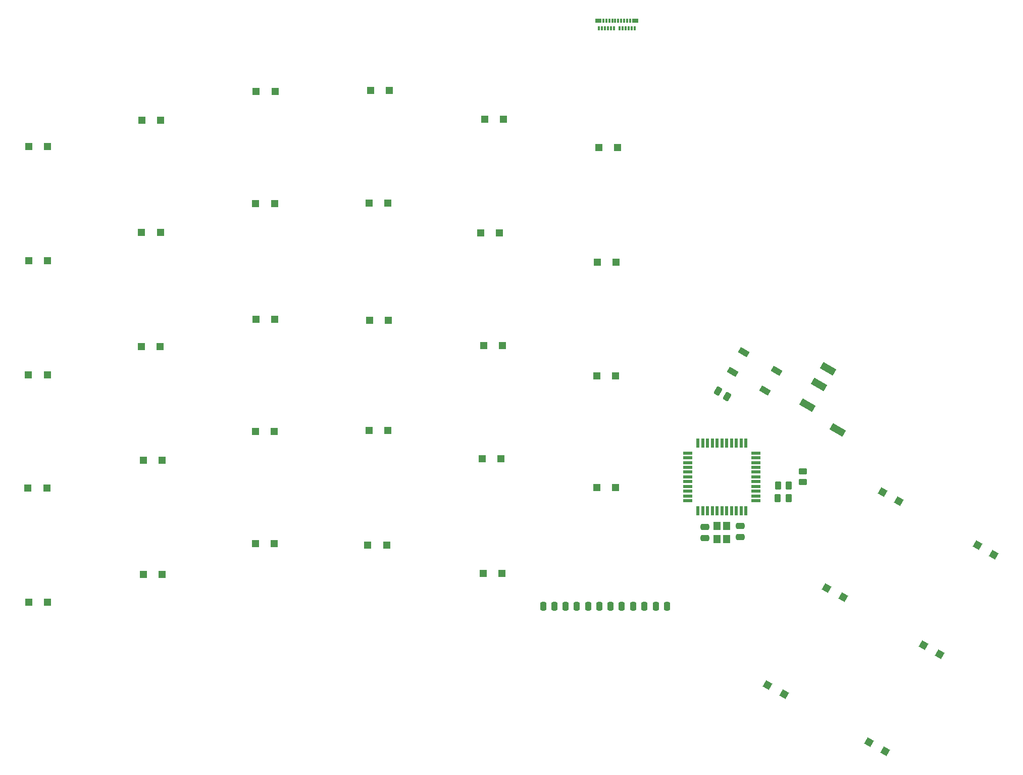
<source format=gbr>
%TF.GenerationSoftware,KiCad,Pcbnew,7.0.1*%
%TF.CreationDate,2023-09-23T01:25:44+08:00*%
%TF.ProjectId,split70kb,73706c69-7437-4306-9b62-2e6b69636164,rev?*%
%TF.SameCoordinates,Original*%
%TF.FileFunction,Paste,Bot*%
%TF.FilePolarity,Positive*%
%FSLAX46Y46*%
G04 Gerber Fmt 4.6, Leading zero omitted, Abs format (unit mm)*
G04 Created by KiCad (PCBNEW 7.0.1) date 2023-09-23 01:25:44*
%MOMM*%
%LPD*%
G01*
G04 APERTURE LIST*
G04 Aperture macros list*
%AMRoundRect*
0 Rectangle with rounded corners*
0 $1 Rounding radius*
0 $2 $3 $4 $5 $6 $7 $8 $9 X,Y pos of 4 corners*
0 Add a 4 corners polygon primitive as box body*
4,1,4,$2,$3,$4,$5,$6,$7,$8,$9,$2,$3,0*
0 Add four circle primitives for the rounded corners*
1,1,$1+$1,$2,$3*
1,1,$1+$1,$4,$5*
1,1,$1+$1,$6,$7*
1,1,$1+$1,$8,$9*
0 Add four rect primitives between the rounded corners*
20,1,$1+$1,$2,$3,$4,$5,0*
20,1,$1+$1,$4,$5,$6,$7,0*
20,1,$1+$1,$6,$7,$8,$9,0*
20,1,$1+$1,$8,$9,$2,$3,0*%
%AMRotRect*
0 Rectangle, with rotation*
0 The origin of the aperture is its center*
0 $1 length*
0 $2 width*
0 $3 Rotation angle, in degrees counterclockwise*
0 Add horizontal line*
21,1,$1,$2,0,0,$3*%
G04 Aperture macros list end*
%ADD10R,1.200000X1.400000*%
%ADD11R,1.200000X1.200000*%
%ADD12RotRect,1.200000X2.500000X240.000000*%
%ADD13RoundRect,0.250000X0.250000X0.475000X-0.250000X0.475000X-0.250000X-0.475000X0.250000X-0.475000X0*%
%ADD14RoundRect,0.250000X-0.475000X0.250000X-0.475000X-0.250000X0.475000X-0.250000X0.475000X0.250000X0*%
%ADD15R,0.300000X0.700000*%
%ADD16R,1.000000X0.700000*%
%ADD17RotRect,1.200000X1.200000X150.000000*%
%ADD18RoundRect,0.250000X0.450000X-0.262500X0.450000X0.262500X-0.450000X0.262500X-0.450000X-0.262500X0*%
%ADD19RoundRect,0.250000X0.452332X0.258461X-0.002332X0.520961X-0.452332X-0.258461X0.002332X-0.520961X0*%
%ADD20R,0.550000X1.500000*%
%ADD21R,1.500000X0.550000*%
%ADD22RoundRect,0.250000X0.262500X0.450000X-0.262500X0.450000X-0.262500X-0.450000X0.262500X-0.450000X0*%
%ADD23RoundRect,0.250000X0.475000X-0.250000X0.475000X0.250000X-0.475000X0.250000X-0.475000X-0.250000X0*%
%ADD24RotRect,1.700000X1.000000X150.000000*%
G04 APERTURE END LIST*
D10*
%TO.C,X1*%
X145362000Y-110921500D03*
X145362000Y-108721500D03*
X146962000Y-108721500D03*
X146962000Y-110921500D03*
%TD*%
D11*
%TO.C,D10*%
X52269000Y-116810400D03*
X49119000Y-116810400D03*
%TD*%
%TO.C,D17*%
X90162900Y-54636300D03*
X87012900Y-54636300D03*
%TD*%
%TO.C,D19*%
X90155200Y-92730600D03*
X87005200Y-92730600D03*
%TD*%
D12*
%TO.C,J2*%
X162469917Y-84973246D03*
X163969917Y-82375169D03*
X165549083Y-92639975D03*
X160469917Y-88437347D03*
%TD*%
D13*
%TO.C,C3*%
X136972000Y-122174000D03*
X135072000Y-122174000D03*
%TD*%
D11*
%TO.C,D4*%
X32946800Y-102339900D03*
X29796800Y-102339900D03*
%TD*%
%TO.C,D29*%
X128314100Y-102249500D03*
X125164100Y-102249500D03*
%TD*%
D14*
%TO.C,C2*%
X143288300Y-108871500D03*
X143288300Y-110771500D03*
%TD*%
D11*
%TO.C,D28*%
X128307200Y-83531700D03*
X125157200Y-83531700D03*
%TD*%
%TO.C,D2*%
X33053700Y-64244100D03*
X29903700Y-64244100D03*
%TD*%
D15*
%TO.C,J1*%
X125524000Y-25328000D03*
X126024000Y-25328000D03*
X126524000Y-25328000D03*
X127024000Y-25328000D03*
X127524000Y-25328000D03*
X128024000Y-25328000D03*
X129024000Y-25328000D03*
X129524000Y-25328000D03*
X130024000Y-25328000D03*
X130524000Y-25328000D03*
X131024000Y-25328000D03*
X131524000Y-25328000D03*
D16*
X131624000Y-24028000D03*
D15*
X130774000Y-24028000D03*
X130274000Y-24028000D03*
X129774000Y-24028000D03*
X129274000Y-24028000D03*
X128774000Y-24028000D03*
X128274000Y-24028000D03*
X127774000Y-24028000D03*
X127274000Y-24028000D03*
X126774000Y-24028000D03*
X126274000Y-24028000D03*
D16*
X125424000Y-24028000D03*
%TD*%
D13*
%TO.C,C6*%
X125608000Y-122174000D03*
X123708000Y-122174000D03*
%TD*%
D17*
%TO.C,D35*%
X173523690Y-146503500D03*
X170795710Y-144928500D03*
%TD*%
D18*
%TO.C,R2*%
X159766000Y-101346000D03*
X159766000Y-99521000D03*
%TD*%
D19*
%TO.C,R1*%
X147066048Y-86988650D03*
X145485552Y-86076150D03*
%TD*%
D13*
%TO.C,C7*%
X121798000Y-122174000D03*
X119898000Y-122174000D03*
%TD*%
D11*
%TO.C,D6*%
X52039500Y-40716700D03*
X48889500Y-40716700D03*
%TD*%
D13*
%TO.C,C5*%
X129352000Y-122174000D03*
X127452000Y-122174000D03*
%TD*%
D11*
%TO.C,D22*%
X108829300Y-59626300D03*
X105679300Y-59626300D03*
%TD*%
%TO.C,D1*%
X33104700Y-45115500D03*
X29954700Y-45115500D03*
%TD*%
%TO.C,D9*%
X52315700Y-97738600D03*
X49165700Y-97738600D03*
%TD*%
%TO.C,D13*%
X71148200Y-74056900D03*
X67998200Y-74056900D03*
%TD*%
D20*
%TO.C,U1*%
X150162000Y-106182000D03*
X149362000Y-106182000D03*
X148562000Y-106182000D03*
X147762000Y-106182000D03*
X146962000Y-106182000D03*
X146162000Y-106182000D03*
X145362000Y-106182000D03*
X144562000Y-106182000D03*
X143762000Y-106182000D03*
X142962000Y-106182000D03*
X142162000Y-106182000D03*
D21*
X140462000Y-104482000D03*
X140462000Y-103682000D03*
X140462000Y-102882000D03*
X140462000Y-102082000D03*
X140462000Y-101282000D03*
X140462000Y-100482000D03*
X140462000Y-99682000D03*
X140462000Y-98882000D03*
X140462000Y-98082000D03*
X140462000Y-97282000D03*
X140462000Y-96482000D03*
D20*
X142162000Y-94782000D03*
X142962000Y-94782000D03*
X143762000Y-94782000D03*
X144562000Y-94782000D03*
X145362000Y-94782000D03*
X146162000Y-94782000D03*
X146962000Y-94782000D03*
X147762000Y-94782000D03*
X148562000Y-94782000D03*
X149362000Y-94782000D03*
X150162000Y-94782000D03*
D21*
X151862000Y-96482000D03*
X151862000Y-97282000D03*
X151862000Y-98082000D03*
X151862000Y-98882000D03*
X151862000Y-99682000D03*
X151862000Y-100482000D03*
X151862000Y-101282000D03*
X151862000Y-102082000D03*
X151862000Y-102882000D03*
X151862000Y-103682000D03*
X151862000Y-104482000D03*
%TD*%
D17*
%TO.C,D31*%
X166463990Y-120675500D03*
X163736010Y-119100500D03*
%TD*%
D11*
%TO.C,D18*%
X90218500Y-74235700D03*
X87068500Y-74235700D03*
%TD*%
D22*
%TO.C,R3*%
X157365000Y-104056100D03*
X155540000Y-104056100D03*
%TD*%
D11*
%TO.C,D20*%
X89925000Y-111925000D03*
X86775000Y-111925000D03*
%TD*%
%TO.C,D8*%
X51978000Y-78659800D03*
X48828000Y-78659800D03*
%TD*%
%TO.C,D21*%
X109512400Y-40536000D03*
X106362400Y-40536000D03*
%TD*%
D13*
%TO.C,C8*%
X118110000Y-122174000D03*
X116210000Y-122174000D03*
%TD*%
D23*
%TO.C,C1*%
X149215300Y-110591900D03*
X149215300Y-108691900D03*
%TD*%
D11*
%TO.C,D5*%
X33103600Y-121481900D03*
X29953600Y-121481900D03*
%TD*%
D24*
%TO.C,SW1*%
X155315980Y-82733552D03*
X149860020Y-79583552D03*
X153415980Y-86024448D03*
X147960020Y-82874448D03*
%TD*%
D11*
%TO.C,D11*%
X71215400Y-35862300D03*
X68065400Y-35862300D03*
%TD*%
%TO.C,D27*%
X128415000Y-64516000D03*
X125265000Y-64516000D03*
%TD*%
%TO.C,D14*%
X71109400Y-92865000D03*
X67959400Y-92865000D03*
%TD*%
D17*
%TO.C,D33*%
X191747990Y-113538000D03*
X189020010Y-111963000D03*
%TD*%
D11*
%TO.C,D26*%
X128677200Y-45269900D03*
X125527200Y-45269900D03*
%TD*%
%TO.C,D16*%
X90397500Y-35740200D03*
X87247500Y-35740200D03*
%TD*%
%TO.C,D24*%
X109129700Y-97465500D03*
X105979700Y-97465500D03*
%TD*%
D17*
%TO.C,D30*%
X156557990Y-136931500D03*
X153830010Y-135356500D03*
%TD*%
D13*
%TO.C,C4*%
X133162000Y-122174000D03*
X131262000Y-122174000D03*
%TD*%
D11*
%TO.C,D15*%
X71112600Y-111689000D03*
X67962600Y-111689000D03*
%TD*%
%TO.C,D25*%
X109299600Y-116650800D03*
X106149600Y-116650800D03*
%TD*%
D17*
%TO.C,D32*%
X175809690Y-104593500D03*
X173081710Y-103018500D03*
%TD*%
%TO.C,D34*%
X182667690Y-130247500D03*
X179939710Y-128672500D03*
%TD*%
D11*
%TO.C,D23*%
X109365000Y-78486000D03*
X106215000Y-78486000D03*
%TD*%
%TO.C,D7*%
X52000000Y-59550000D03*
X48850000Y-59550000D03*
%TD*%
D22*
%TO.C,R4*%
X157376500Y-101902600D03*
X155551500Y-101902600D03*
%TD*%
D11*
%TO.C,D12*%
X71130800Y-54715200D03*
X67980800Y-54715200D03*
%TD*%
%TO.C,D3*%
X33030400Y-83361800D03*
X29880400Y-83361800D03*
%TD*%
M02*

</source>
